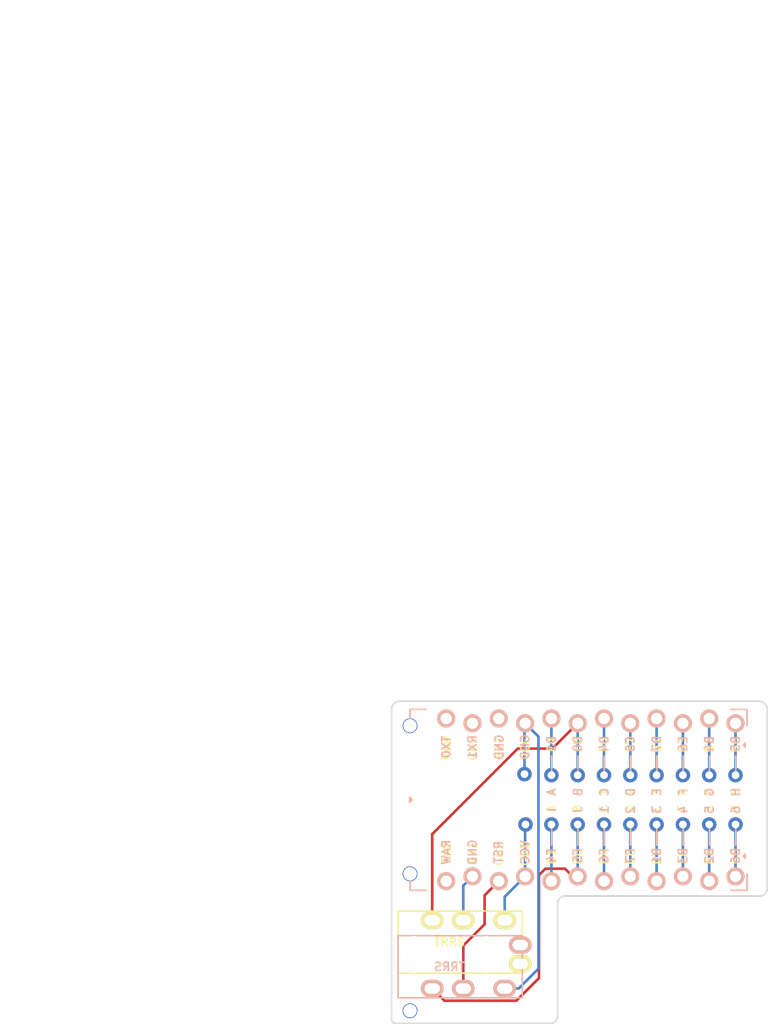
<source format=kicad_pcb>
(kicad_pcb (version 20171130) (host pcbnew 5.1.10)

  (general
    (thickness 1.6)
    (drawings 111)
    (tracks 59)
    (zones 0)
    (modules 11)
    (nets 25)
  )

  (page A4)
  (title_block
    (title "SU120 Yakitori Keyboard")
    (rev 8)
    (company @e3w2q)
  )

  (layers
    (0 F.Cu signal)
    (31 B.Cu signal)
    (32 B.Adhes user hide)
    (33 F.Adhes user)
    (34 B.Paste user hide)
    (35 F.Paste user hide)
    (36 B.SilkS user)
    (37 F.SilkS user)
    (38 B.Mask user)
    (39 F.Mask user)
    (40 Dwgs.User user hide)
    (41 Cmts.User user hide)
    (42 Eco1.User user hide)
    (43 Eco2.User user hide)
    (44 Edge.Cuts user)
    (45 Margin user hide)
    (46 B.CrtYd user hide)
    (47 F.CrtYd user hide)
    (48 B.Fab user hide)
    (49 F.Fab user hide)
  )

  (setup
    (last_trace_width 0.25)
    (trace_clearance 0.2)
    (zone_clearance 0.3)
    (zone_45_only no)
    (trace_min 0.2)
    (via_size 0.8)
    (via_drill 0.4)
    (via_min_size 0.6)
    (via_min_drill 0.3)
    (uvia_size 0.3)
    (uvia_drill 0.1)
    (uvias_allowed no)
    (uvia_min_size 0.2)
    (uvia_min_drill 0.1)
    (edge_width 0.15)
    (segment_width 0.15)
    (pcb_text_width 0.3)
    (pcb_text_size 1.5 1.5)
    (mod_edge_width 0.15)
    (mod_text_size 1 1)
    (mod_text_width 0.15)
    (pad_size 1.4 1.4)
    (pad_drill 0.75)
    (pad_to_mask_clearance 0.2)
    (solder_mask_min_width 0.25)
    (aux_axis_origin 37.70322 52.784508)
    (grid_origin 58.102501 69.05625)
    (visible_elements 7FFFF7FF)
    (pcbplotparams
      (layerselection 0x010fc_ffffffff)
      (usegerberextensions true)
      (usegerberattributes false)
      (usegerberadvancedattributes false)
      (creategerberjobfile false)
      (excludeedgelayer true)
      (linewidth 0.100000)
      (plotframeref false)
      (viasonmask false)
      (mode 1)
      (useauxorigin false)
      (hpglpennumber 1)
      (hpglpenspeed 20)
      (hpglpendiameter 15.000000)
      (psnegative false)
      (psa4output false)
      (plotreference true)
      (plotvalue false)
      (plotinvisibletext false)
      (padsonsilk false)
      (subtractmaskfromsilk true)
      (outputformat 1)
      (mirror false)
      (drillshape 0)
      (scaleselection 1)
      (outputdirectory "/home/j/holder"))
  )

  (net 0 "")
  (net 1 GND)
  (net 2 Y1)
  (net 3 Y2)
  (net 4 Y3)
  (net 5 X1)
  (net 6 X2)
  (net 7 X3)
  (net 8 X4)
  (net 9 X5)
  (net 10 Y4)
  (net 11 data)
  (net 12 led)
  (net 13 Y5)
  (net 14 Y6)
  (net 15 X6)
  (net 16 X7)
  (net 17 X8)
  (net 18 X9)
  (net 19 X10)
  (net 20 dummyVCC)
  (net 21 dummydata)
  (net 22 dummyled)
  (net 23 "Net-(J1-PadA)")
  (net 24 "Net-(J6-PadA)")

  (net_class Default "This is the default net class."
    (clearance 0.2)
    (trace_width 0.25)
    (via_dia 0.8)
    (via_drill 0.4)
    (uvia_dia 0.3)
    (uvia_drill 0.1)
    (add_net "Net-(J1-PadA)")
    (add_net "Net-(J6-PadA)")
    (add_net X1)
    (add_net X10)
    (add_net X2)
    (add_net X3)
    (add_net X4)
    (add_net X5)
    (add_net X6)
    (add_net X7)
    (add_net X8)
    (add_net X9)
    (add_net Y1)
    (add_net Y2)
    (add_net Y3)
    (add_net Y4)
    (add_net Y5)
    (add_net Y6)
    (add_net data)
    (add_net dummyVCC)
    (add_net dummydata)
    (add_net dummyled)
    (add_net led)
  )

  (net_class PWR ""
    (clearance 0.2)
    (trace_width 0.25)
    (via_dia 0.8)
    (via_drill 0.4)
    (uvia_dia 0.6)
    (uvia_drill 0.2)
    (add_net GND)
  )

  (module "#footprint:ArduinoProMicro-ZigZag_rev5" (layer B.Cu) (tedit 60FB24EB) (tstamp 5CE41AB0)
    (at 64.1625 60.6)
    (path /5CE18F26)
    (fp_text reference U1 (at -0.118131 -6.311687) (layer F.SilkS) hide
      (effects (font (size 1 1) (thickness 0.2)))
    )
    (fp_text value ProMicro (at 0 0) (layer B.Fab)
      (effects (font (size 1 1) (thickness 0.15)) (justify mirror))
    )
    (fp_line (start 15.08125 8.73125) (end 13.49375 8.73125) (layer F.SilkS) (width 0.15))
    (fp_line (start 15.08125 7.14375) (end 15.08125 8.73125) (layer F.SilkS) (width 0.15))
    (fp_line (start 15.08125 -8.73125) (end 15.08125 -7.14375) (layer F.SilkS) (width 0.15))
    (fp_line (start 13.49375 -8.73125) (end 15.08125 -8.73125) (layer F.SilkS) (width 0.15))
    (fp_line (start -17.4625 -8.73125) (end -15.875 -8.73125) (layer F.SilkS) (width 0.15))
    (fp_line (start -17.4625 -7.14375) (end -17.4625 -8.73125) (layer F.SilkS) (width 0.15))
    (fp_line (start -17.4625 8.73125) (end -17.4625 7.14375) (layer F.SilkS) (width 0.15))
    (fp_line (start -15.875 8.73125) (end -17.4625 8.73125) (layer F.SilkS) (width 0.15))
    (fp_line (start -17.4625 -8.73125) (end -15.875 -8.73125) (layer B.SilkS) (width 0.15))
    (fp_line (start -17.4625 -7.14375) (end -17.4625 -8.73125) (layer B.SilkS) (width 0.15))
    (fp_line (start -17.4625 8.73125) (end -17.4625 7.14375) (layer B.SilkS) (width 0.15))
    (fp_line (start -15.875 8.73125) (end -17.4625 8.73125) (layer B.SilkS) (width 0.15))
    (fp_line (start 15.08125 8.73125) (end 13.49375 8.73125) (layer B.SilkS) (width 0.15))
    (fp_line (start 15.08125 7.14375) (end 15.08125 8.73125) (layer B.SilkS) (width 0.15))
    (fp_line (start 15.08125 -8.73125) (end 13.49375 -8.73125) (layer B.SilkS) (width 0.15))
    (fp_line (start 15.08125 -7.14375) (end 15.08125 -8.73125) (layer B.SilkS) (width 0.15))
    (fp_poly (pts (xy -17.5 0.25) (xy -17.5 -0.25) (xy -17.25 0)) (layer F.SilkS) (width 0.15))
    (fp_poly (pts (xy -17.5 0.25) (xy -17.5 -0.25) (xy -17.25 0)) (layer B.SilkS) (width 0.15))
    (fp_line (start -17.78 -8.89) (end -16.78 -8.89) (layer B.Fab) (width 0.15))
    (fp_line (start 15.24 -8.89) (end 15.24 -7.89) (layer B.Fab) (width 0.15))
    (fp_line (start 15.24 8.89) (end 14.24 8.89) (layer B.Fab) (width 0.15))
    (fp_line (start -17.78 -3.81) (end -19.304 -3.81) (layer B.Fab) (width 0.15))
    (fp_line (start -19.304 -3.81) (end -19.304 3.556) (layer B.Fab) (width 0.15))
    (fp_line (start -19.304 3.556) (end -17.78 3.556) (layer B.Fab) (width 0.15))
    (fp_line (start -17.78 8.89) (end -16.78 8.89) (layer B.Fab) (width 0.15))
    (fp_line (start 15.24 -8.89) (end 14.24 -8.89) (layer B.Fab) (width 0.15))
    (fp_line (start -17.78 8.89) (end -17.78 7.89) (layer B.Fab) (width 0.15))
    (fp_line (start -17.78 -7.89) (end -17.78 -8.89) (layer B.Fab) (width 0.15))
    (fp_line (start 15.24 8.89) (end 15.24 7.89) (layer B.Fab) (width 0.15))
    (fp_text user TX0 (at -13.97 -5.08 90 unlocked) (layer B.SilkS)
      (effects (font (size 0.8 0.8) (thickness 0.15)) (justify mirror))
    )
    (fp_text user RX1 (at -11.43 -5.08 90 unlocked) (layer B.SilkS)
      (effects (font (size 0.8 0.8) (thickness 0.15)) (justify mirror))
    )
    (fp_text user D0 (at -1.27 -5.3975 90 unlocked) (layer B.SilkS)
      (effects (font (size 0.8 0.8) (thickness 0.15)) (justify mirror))
    )
    (fp_text user D1 (at -3.81 -5.3975 90 unlocked) (layer B.SilkS)
      (effects (font (size 0.8 0.8) (thickness 0.15)) (justify mirror))
    )
    (fp_text user GND (at -8.849381 -5.08 90 unlocked) (layer B.SilkS)
      (effects (font (size 0.8 0.8) (thickness 0.15)) (justify mirror))
    )
    (fp_text user D4 (at 1.27 -5.3975 90 unlocked) (layer B.SilkS)
      (effects (font (size 0.8 0.8) (thickness 0.15)) (justify mirror))
    )
    (fp_text user C6 (at 3.81 -5.3975 90 unlocked) (layer B.SilkS)
      (effects (font (size 0.8 0.8) (thickness 0.15)) (justify mirror))
    )
    (fp_text user D7 (at 6.35 -5.3975 90 unlocked) (layer B.SilkS)
      (effects (font (size 0.8 0.8) (thickness 0.15)) (justify mirror))
    )
    (fp_text user E6 (at 8.89 -5.3975 90 unlocked) (layer B.SilkS)
      (effects (font (size 0.8 0.8) (thickness 0.15)) (justify mirror))
    )
    (fp_text user B4 (at 11.43 -5.3975 90 unlocked) (layer B.SilkS)
      (effects (font (size 0.8 0.8) (thickness 0.15)) (justify mirror))
    )
    (fp_text user B5 (at 13.97 -5.3975 90 unlocked) (layer B.SilkS)
      (effects (font (size 0.8 0.8) (thickness 0.15)) (justify mirror))
    )
    (fp_text user B6 (at 13.97 5.3975 90 unlocked) (layer B.SilkS)
      (effects (font (size 0.8 0.8) (thickness 0.15)) (justify mirror))
    )
    (fp_text user B3 (at 8.89 5.3975 90 unlocked) (layer B.SilkS)
      (effects (font (size 0.8 0.8) (thickness 0.15)) (justify mirror))
    )
    (fp_text user B1 (at 6.35 5.3975 90 unlocked) (layer B.SilkS)
      (effects (font (size 0.8 0.8) (thickness 0.15)) (justify mirror))
    )
    (fp_text user F4 (at -3.81 5.3975 90 unlocked) (layer B.SilkS)
      (effects (font (size 0.8 0.8) (thickness 0.15)) (justify mirror))
    )
    (fp_text user VCC (at -6.35 5.0625 90 unlocked) (layer B.SilkS)
      (effects (font (size 0.8 0.8) (thickness 0.15)) (justify mirror))
    )
    (fp_text user RST (at -8.92 5.0625 90 unlocked) (layer B.SilkS)
      (effects (font (size 0.8 0.8) (thickness 0.15)) (justify mirror))
    )
    (fp_text user GND (at -11.43 5.0625 90 unlocked) (layer B.SilkS)
      (effects (font (size 0.8 0.8) (thickness 0.15)) (justify mirror))
    )
    (fp_text user RAW (at -13.97 5.0625 90 unlocked) (layer B.SilkS)
      (effects (font (size 0.8 0.8) (thickness 0.15)) (justify mirror))
    )
    (fp_text user F5 (at -1.27 5.3975 90 unlocked) (layer B.SilkS)
      (effects (font (size 0.8 0.8) (thickness 0.15)) (justify mirror))
    )
    (fp_text user F6 (at 1.27 5.3975 90 unlocked) (layer B.SilkS)
      (effects (font (size 0.8 0.8) (thickness 0.15)) (justify mirror))
    )
    (fp_text user F7 (at 3.81 5.3975 90 unlocked) (layer B.SilkS)
      (effects (font (size 0.8 0.8) (thickness 0.15)) (justify mirror))
    )
    (fp_text user B2 (at 11.43 5.3975 90 unlocked) (layer B.SilkS)
      (effects (font (size 0.8 0.8) (thickness 0.15)) (justify mirror))
    )
    (pad 24 thru_hole circle (at -13.97 7.8486) (size 1.7526 1.7526) (drill 1.0922) (layers *.Cu *.SilkS *.Mask)
      (net 22 dummyled))
    (pad 12 thru_hole circle (at 13.97 -7.3914) (size 1.7526 1.7526) (drill 1.0922) (layers *.Cu *.SilkS *.Mask)
      (net 17 X8))
    (pad 23 thru_hole circle (at -11.43 7.3914) (size 1.7526 1.7526) (drill 1.0922) (layers *.Cu *.SilkS *.Mask)
      (net 1 GND))
    (pad 22 thru_hole circle (at -8.89 7.8486) (size 1.7526 1.7526) (drill 1.0922) (layers *.Cu *.SilkS *.Mask)
      (net 1 GND))
    (pad 21 thru_hole circle (at -6.35 7.3914) (size 1.7526 1.7526) (drill 1.0922) (layers *.Cu *.SilkS *.Mask)
      (net 20 dummyVCC))
    (pad 20 thru_hole circle (at -3.81 7.8486) (size 1.7526 1.7526) (drill 1.0922) (layers *.Cu *.SilkS *.Mask)
      (net 18 X9))
    (pad 19 thru_hole circle (at -1.27 7.3914) (size 1.7526 1.7526) (drill 1.0922) (layers *.Cu *.SilkS *.Mask)
      (net 21 dummydata))
    (pad 18 thru_hole circle (at 1.27 7.8486) (size 1.7526 1.7526) (drill 1.0922) (layers *.Cu *.SilkS *.Mask)
      (net 2 Y1))
    (pad 17 thru_hole circle (at 3.81 7.3914) (size 1.7526 1.7526) (drill 1.0922) (layers *.Cu *.SilkS *.Mask)
      (net 3 Y2))
    (pad 16 thru_hole circle (at 6.35 7.8486) (size 1.7526 1.7526) (drill 1.0922) (layers *.Cu *.SilkS *.Mask)
      (net 4 Y3))
    (pad 15 thru_hole circle (at 8.89 7.3914) (size 1.7526 1.7526) (drill 1.0922) (layers *.Cu *.SilkS *.Mask)
      (net 10 Y4))
    (pad 14 thru_hole circle (at 11.43 7.8486) (size 1.7526 1.7526) (drill 1.0922) (layers *.Cu *.SilkS *.Mask)
      (net 13 Y5))
    (pad 13 thru_hole circle (at 13.97 7.3914) (size 1.7526 1.7526) (drill 1.0922) (layers *.Cu *.SilkS *.Mask)
      (net 14 Y6))
    (pad 11 thru_hole circle (at 11.43 -7.8486) (size 1.7526 1.7526) (drill 1.0922) (layers *.Cu *.SilkS *.Mask)
      (net 16 X7))
    (pad 10 thru_hole circle (at 8.89 -7.3914) (size 1.7526 1.7526) (drill 1.0922) (layers *.Cu *.SilkS *.Mask)
      (net 15 X6))
    (pad 9 thru_hole circle (at 6.35 -7.8486) (size 1.7526 1.7526) (drill 1.0922) (layers *.Cu *.SilkS *.Mask)
      (net 9 X5))
    (pad 8 thru_hole circle (at 3.81 -7.3914) (size 1.7526 1.7526) (drill 1.0922) (layers *.Cu *.SilkS *.Mask)
      (net 8 X4))
    (pad 7 thru_hole circle (at 1.27 -7.8486) (size 1.7526 1.7526) (drill 1.0922) (layers *.Cu *.SilkS *.Mask)
      (net 7 X3))
    (pad 6 thru_hole circle (at -1.27 -7.3914) (size 1.7526 1.7526) (drill 1.0922) (layers *.Cu *.SilkS *.Mask)
      (net 21 dummydata))
    (pad 5 thru_hole circle (at -3.81 -7.8486) (size 1.7526 1.7526) (drill 1.0922) (layers *.Cu *.SilkS *.Mask)
      (net 6 X2))
    (pad 4 thru_hole circle (at -6.35 -7.3914) (size 1.7526 1.7526) (drill 1.0922) (layers *.Cu *.SilkS *.Mask)
      (net 20 dummyVCC))
    (pad 3 thru_hole circle (at -8.89 -7.8486) (size 1.7526 1.7526) (drill 1.0922) (layers *.Cu *.SilkS *.Mask)
      (net 1 GND))
    (pad 2 thru_hole circle (at -11.43 -7.3914) (size 1.7526 1.7526) (drill 1.0922) (layers *.Cu *.SilkS *.Mask)
      (net 11 data))
    (pad 1 thru_hole circle (at -13.97 -7.8486) (size 1.7526 1.7526) (drill 1.0922) (layers *.Cu *.SilkS *.Mask)
      (net 12 led))
    (model /Users/danny/Documents/proj/custom-keyboard/kicad-libs/3d_models/ArduinoProMicro.wrl
      (offset (xyz -13.96999979019165 -7.619999885559082 -5.841999912261963))
      (scale (xyz 0.395 0.395 0.395))
      (rotate (xyz 90 180 180))
    )
  )

  (module "#footprint:1pin_conn" (layer F.Cu) (tedit 6144C7F3) (tstamp 614532B9)
    (at 57.852501 63.00625)
    (descr "Resitance 3 pas")
    (tags R)
    (autoplace_cost180 10)
    (fp_text reference H53 (at 0 1.651) (layer F.Fab) hide
      (effects (font (size 0.8128 0.8128) (thickness 0.15)))
    )
    (fp_text value MountingHole_Pad (at 0 -1.4605) (layer F.Fab) hide
      (effects (font (size 0.5 0.5) (thickness 0.125)))
    )
    (pad 1 thru_hole circle (at 0 -0.025) (size 1.4 1.4) (drill 0.75) (layers *.Cu *.Mask)
      (net 20 dummyVCC))
    (model discret/resistor.wrl
      (at (xyz 0 0 0))
      (scale (xyz 0.3 0.3 0.3))
      (rotate (xyz 0 0 0))
    )
    (model Resistors_ThroughHole.3dshapes/Resistor_Horizontal_RM10mm.wrl
      (at (xyz 0 0 0))
      (scale (xyz 0.2 0.2 0.2))
      (rotate (xyz 0 0 0))
    )
  )

  (module "#footprint:1pin_conn" (layer F.Cu) (tedit 6144C735) (tstamp 61452E4B)
    (at 57.752501 58.21875)
    (descr "Resitance 3 pas")
    (tags R)
    (autoplace_cost180 10)
    (fp_text reference H53 (at 0 1.651) (layer F.Fab) hide
      (effects (font (size 0.8128 0.8128) (thickness 0.15)))
    )
    (fp_text value MountingHole_Pad (at 0 -1.4605) (layer F.Fab) hide
      (effects (font (size 0.5 0.5) (thickness 0.125)))
    )
    (pad 1 thru_hole circle (at 0 -0.1) (size 1.4 1.4) (drill 0.75) (layers *.Cu *.Mask)
      (net 20 dummyVCC))
    (model discret/resistor.wrl
      (at (xyz 0 0 0))
      (scale (xyz 0.3 0.3 0.3))
      (rotate (xyz 0 0 0))
    )
    (model Resistors_ThroughHole.3dshapes/Resistor_Horizontal_RM10mm.wrl
      (at (xyz 0 0 0))
      (scale (xyz 0.2 0.2 0.2))
      (rotate (xyz 0 0 0))
    )
  )

  (module "" (layer F.Cu) (tedit 0) (tstamp 0)
    (at 7.352501 -16.34375)
    (fp_text reference "" (at 45.543126 74.330626) (layer F.SilkS)
      (effects (font (size 1.27 1.27) (thickness 0.15)))
    )
    (fp_text value "" (at 45.543126 74.330626) (layer F.SilkS)
      (effects (font (size 1.27 1.27) (thickness 0.15)))
    )
    (fp_text user GND (at 50.45 71.85 90 unlocked) (layer B.SilkS)
      (effects (font (size 0.8 0.8) (thickness 0.15)) (justify mirror))
    )
  )

  (module "#footprint:MJ-4PP-9" (layer F.Cu) (tedit 60FB33AA) (tstamp 5CE4189C)
    (at 45.543126 74.330626 90)
    (path /5CE190C3)
    (fp_text reference J1 (at 0 -2.97657 90) (layer F.Fab)
      (effects (font (size 1 1) (thickness 0.15)))
    )
    (fp_text value MJ-4PP-9 (at 0 14 90) (layer F.Fab) hide
      (effects (font (size 1 1) (thickness 0.15)))
    )
    (fp_line (start -3 0) (end 3 0) (layer F.SilkS) (width 0.15))
    (fp_line (start 3 0) (end 3 12) (layer F.SilkS) (width 0.15))
    (fp_line (start 3 12) (end -3 12) (layer F.SilkS) (width 0.15))
    (fp_line (start -3 12) (end -3 0) (layer F.SilkS) (width 0.15))
    (fp_line (start -3 0) (end -3 -2) (layer F.Fab) (width 0.15))
    (fp_line (start -3 -2) (end 2.95 -2) (layer F.Fab) (width 0.15))
    (fp_line (start 3 -2) (end 3 0) (layer F.Fab) (width 0.15))
    (fp_text user TRRS (at 0 4.96095) (layer F.SilkS)
      (effects (font (size 0.8 0.8) (thickness 0.15)))
    )
    (pad A thru_hole oval (at -2.1 11.8 90) (size 1.7 2.2) (drill oval 1 1.5) (layers *.Cu *.Mask F.SilkS)
      (net 23 "Net-(J1-PadA)") (clearance 0.15))
    (pad D thru_hole oval (at 2.1 10.3 90) (size 1.7 2.2) (drill oval 1 1.5) (layers *.Cu *.Mask F.SilkS)
      (net 20 dummyVCC) (clearance 0.15))
    (pad C thru_hole oval (at 2.1 6.3 90) (size 1.7 2.2) (drill oval 1 1.5) (layers *.Cu *.Mask F.SilkS)
      (net 1 GND) (clearance 0.15))
    (pad B thru_hole oval (at 2.1 3.3 90) (size 1.7 2.2) (drill oval 1 1.5) (layers *.Cu *.Mask F.SilkS)
      (net 21 dummydata) (clearance 0.15))
    (pad "" np_thru_hole circle (at 0 8.5 90) (size 1.2 1.2) (drill 1.2) (layers *.Cu *.Mask F.SilkS))
    (pad "" np_thru_hole circle (at 0 1.5 90) (size 1.2 1.2) (drill 1.2) (layers *.Cu *.Mask F.SilkS))
    (model "../../../../../../Users/pluis/Documents/Magic Briefcase/Documents/KiCad/3d/AB2_TRS_3p5MM_PTH.wrl"
      (at (xyz 0 0 0))
      (scale (xyz 0.42 0.42 0.42))
      (rotate (xyz 0 0 90))
    )
  )

  (module "#footprint:MJ-4PP-9" (layer B.Cu) (tedit 60FB33B0) (tstamp 5CFE13EA)
    (at 45.543126 76.711876 270)
    (path /5CF7DFCF)
    (fp_text reference J6 (at 0 2.97657 270) (layer B.Fab)
      (effects (font (size 1 1) (thickness 0.15)) (justify mirror))
    )
    (fp_text value MJ-4PP-9 (at 0 -14 270) (layer B.Fab) hide
      (effects (font (size 1 1) (thickness 0.15)) (justify mirror))
    )
    (fp_line (start 3 2) (end 3 0) (layer B.Fab) (width 0.15))
    (fp_line (start -3 2) (end 2.95 2) (layer B.Fab) (width 0.15))
    (fp_line (start -3 0) (end -3 2) (layer B.Fab) (width 0.15))
    (fp_line (start -3 -12) (end -3 0) (layer B.SilkS) (width 0.15))
    (fp_line (start 3 -12) (end -3 -12) (layer B.SilkS) (width 0.15))
    (fp_line (start 3 0) (end 3 -12) (layer B.SilkS) (width 0.15))
    (fp_line (start -3 0) (end 3 0) (layer B.SilkS) (width 0.15))
    (fp_text user TRRS (at 0 -4.96095) (layer B.SilkS)
      (effects (font (size 0.8 0.8) (thickness 0.15)) (justify mirror))
    )
    (pad "" np_thru_hole circle (at 0 -1.5 270) (size 1.2 1.2) (drill 1.2) (layers *.Cu *.Mask B.SilkS))
    (pad "" np_thru_hole circle (at 0 -8.5 270) (size 1.2 1.2) (drill 1.2) (layers *.Cu *.Mask B.SilkS))
    (pad B thru_hole oval (at 2.1 -3.3 270) (size 1.7 2.2) (drill oval 1 1.5) (layers *.Cu *.Mask B.SilkS)
      (net 21 dummydata) (clearance 0.15))
    (pad C thru_hole oval (at 2.1 -6.3 270) (size 1.7 2.2) (drill oval 1 1.5) (layers *.Cu *.Mask B.SilkS)
      (net 1 GND) (clearance 0.15))
    (pad D thru_hole oval (at 2.1 -10.3 270) (size 1.7 2.2) (drill oval 1 1.5) (layers *.Cu *.Mask B.SilkS)
      (net 20 dummyVCC) (clearance 0.15))
    (pad A thru_hole oval (at -2.1 -11.8 270) (size 1.7 2.2) (drill oval 1 1.5) (layers *.Cu *.Mask B.SilkS)
      (net 24 "Net-(J6-PadA)") (clearance 0.15))
    (model "../../../../../../Users/pluis/Documents/Magic Briefcase/Documents/KiCad/3d/AB2_TRS_3p5MM_PTH.wrl"
      (at (xyz 0 0 0))
      (scale (xyz 0.42 0.42 0.42))
      (rotate (xyz 0 0 90))
    )
  )

  (module "#footprint:M1.4_tapping_Hole_rev2" (layer F.Cu) (tedit 60FB3BB3) (tstamp 60EE263C)
    (at 46.102501 80.95625)
    (descr "Resitance 3 pas")
    (tags R)
    (autoplace_cost180 10)
    (fp_text reference "" (at 0 1.651) (layer F.Fab) hide
      (effects (font (size 0.8128 0.8128) (thickness 0.15)))
    )
    (fp_text value "" (at 0 -1.4605) (layer F.Fab) hide
      (effects (font (size 0.5 0.5) (thickness 0.125)))
    )
    (pad "" thru_hole circle (at 0.597499 0) (size 1.43 1.43) (drill 1.28) (layers *.Cu *.Mask))
    (model discret/resistor.wrl
      (at (xyz 0 0 0))
      (scale (xyz 0.3 0.3 0.3))
      (rotate (xyz 0 0 0))
    )
    (model Resistors_ThroughHole.3dshapes/Resistor_Horizontal_RM10mm.wrl
      (at (xyz 0 0 0))
      (scale (xyz 0.2 0.2 0.2))
      (rotate (xyz 0 0 0))
    )
  )

  (module "#footprint:M1.4_tapping_Hole_rev2" (layer F.Cu) (tedit 5E1DC99F) (tstamp 5D136D56)
    (at 46.7 53.45625)
    (descr "Resitance 3 pas")
    (tags R)
    (autoplace_cost180 10)
    (fp_text reference "" (at 0 1.651) (layer F.Fab) hide
      (effects (font (size 0.8128 0.8128) (thickness 0.15)))
    )
    (fp_text value "" (at 0 -1.4605) (layer F.Fab) hide
      (effects (font (size 0.5 0.5) (thickness 0.125)))
    )
    (pad "" thru_hole circle (at 0 0) (size 1.43 1.43) (drill 1.28) (layers *.Cu *.Mask))
    (model discret/resistor.wrl
      (at (xyz 0 0 0))
      (scale (xyz 0.3 0.3 0.3))
      (rotate (xyz 0 0 0))
    )
    (model Resistors_ThroughHole.3dshapes/Resistor_Horizontal_RM10mm.wrl
      (at (xyz 0 0 0))
      (scale (xyz 0.2 0.2 0.2))
      (rotate (xyz 0 0 0))
    )
  )

  (module "#footprint:M1.4_tapping_Hole_rev2" (layer F.Cu) (tedit 60FB3BAE) (tstamp 5D136CFE)
    (at 46.7 67.74375)
    (descr "Resitance 3 pas")
    (tags R)
    (autoplace_cost180 10)
    (fp_text reference "" (at 0 1.651) (layer F.Fab) hide
      (effects (font (size 0.8128 0.8128) (thickness 0.15)))
    )
    (fp_text value "" (at 0 -1.4605) (layer F.Fab) hide
      (effects (font (size 0.5 0.5) (thickness 0.125)))
    )
    (pad "" thru_hole circle (at 0 0) (size 1.43 1.43) (drill 1.28) (layers *.Cu *.Mask))
    (model discret/resistor.wrl
      (at (xyz 0 0 0))
      (scale (xyz 0.3 0.3 0.3))
      (rotate (xyz 0 0 0))
    )
    (model Resistors_ThroughHole.3dshapes/Resistor_Horizontal_RM10mm.wrl
      (at (xyz 0 0 0))
      (scale (xyz 0.2 0.2 0.2))
      (rotate (xyz 0 0 0))
    )
  )

  (module "#footprint:PinHeader_1x08_P2.54mm_Vertical_rev2" (layer F.Cu) (tedit 6144C7BC) (tstamp 5D26FA7D)
    (at 60.352501 62.98125 90)
    (descr "Through hole straight pin header, 1x08, 2.54mm pitch, single row")
    (tags "Through hole pin header THT 1x08 2.54mm single row")
    (path /5CE5F218)
    (fp_text reference J3 (at 0 -2.33 90) (layer F.Fab)
      (effects (font (size 1 1) (thickness 0.15)))
    )
    (fp_text value Conn_01x08 (at 0 20.11 90) (layer F.Fab)
      (effects (font (size 1 1) (thickness 0.15)))
    )
    (fp_line (start 1.8 -1.8) (end -1.8 -1.8) (layer F.CrtYd) (width 0.05))
    (fp_line (start 1.8 19.55) (end 1.8 -1.8) (layer F.CrtYd) (width 0.05))
    (fp_line (start -1.8 19.55) (end 1.8 19.55) (layer F.CrtYd) (width 0.05))
    (fp_line (start -1.8 -1.8) (end -1.8 19.55) (layer F.CrtYd) (width 0.05))
    (fp_line (start -1.27 -0.635) (end -0.635 -1.27) (layer F.Fab) (width 0.1))
    (fp_line (start -1.27 19.05) (end -1.27 -0.635) (layer F.Fab) (width 0.1))
    (fp_line (start 1.27 19.05) (end -1.27 19.05) (layer F.Fab) (width 0.1))
    (fp_line (start 1.27 -1.27) (end 1.27 19.05) (layer F.Fab) (width 0.1))
    (fp_line (start -0.635 -1.27) (end 1.27 -1.27) (layer F.Fab) (width 0.1))
    (fp_text user %R (at 0 8.89 180) (layer F.Fab)
      (effects (font (size 1 1) (thickness 0.15)))
    )
    (pad 1 thru_hole circle (at 0 0 90) (size 1.4 1.4) (drill 0.75) (layers *.Cu *.Mask)
      (net 18 X9))
    (pad 2 thru_hole circle (at 0 2.54 90) (size 1.4 1.4) (drill 0.75) (layers *.Cu *.Mask)
      (net 19 X10))
    (pad 3 thru_hole circle (at 0 5.08 90) (size 1.4 1.4) (drill 0.75) (layers *.Cu *.Mask)
      (net 2 Y1))
    (pad 4 thru_hole circle (at 0 7.62 90) (size 1.4 1.4) (drill 0.75) (layers *.Cu *.Mask)
      (net 3 Y2))
    (pad 5 thru_hole circle (at 0 10.16 90) (size 1.4 1.4) (drill 0.75) (layers *.Cu *.Mask)
      (net 4 Y3))
    (pad 6 thru_hole circle (at 0 12.7 90) (size 1.4 1.4) (drill 0.75) (layers *.Cu *.Mask)
      (net 10 Y4))
    (pad 7 thru_hole circle (at 0 15.24 90) (size 1.4 1.4) (drill 0.75) (layers *.Cu *.Mask)
      (net 13 Y5))
    (pad 8 thru_hole circle (at 0 17.78 90) (size 1.4 1.4) (drill 0.75) (layers *.Cu *.Mask)
      (net 14 Y6))
    (model ${KISYS3DMOD}/Connector_PinHeader_2.54mm.3dshapes/PinHeader_1x08_P2.54mm_Vertical.wrl
      (at (xyz 0 0 0))
      (scale (xyz 1 1 1))
      (rotate (xyz 0 0 0))
    )
  )

  (module "#footprint:PinHeader_1x08_P2.54mm_Vertical_rev2" (layer F.Cu) (tedit 5D1A1388) (tstamp 5D26FA92)
    (at 60.352501 58.21875 90)
    (descr "Through hole straight pin header, 1x08, 2.54mm pitch, single row")
    (tags "Through hole pin header THT 1x08 2.54mm single row")
    (path /5CE5F3DE)
    (fp_text reference J4 (at 0 -2.33 90) (layer F.Fab)
      (effects (font (size 1 1) (thickness 0.15)))
    )
    (fp_text value Conn_01x08 (at 0 20.11 90) (layer F.Fab)
      (effects (font (size 1 1) (thickness 0.15)))
    )
    (fp_line (start -0.635 -1.27) (end 1.27 -1.27) (layer F.Fab) (width 0.1))
    (fp_line (start 1.27 -1.27) (end 1.27 19.05) (layer F.Fab) (width 0.1))
    (fp_line (start 1.27 19.05) (end -1.27 19.05) (layer F.Fab) (width 0.1))
    (fp_line (start -1.27 19.05) (end -1.27 -0.635) (layer F.Fab) (width 0.1))
    (fp_line (start -1.27 -0.635) (end -0.635 -1.27) (layer F.Fab) (width 0.1))
    (fp_line (start -1.8 -1.8) (end -1.8 19.55) (layer F.CrtYd) (width 0.05))
    (fp_line (start -1.8 19.55) (end 1.8 19.55) (layer F.CrtYd) (width 0.05))
    (fp_line (start 1.8 19.55) (end 1.8 -1.8) (layer F.CrtYd) (width 0.05))
    (fp_line (start 1.8 -1.8) (end -1.8 -1.8) (layer F.CrtYd) (width 0.05))
    (fp_text user %R (at 0 8.89 180) (layer F.Fab)
      (effects (font (size 1 1) (thickness 0.15)))
    )
    (pad 8 thru_hole circle (at 0 17.78 90) (size 1.4 1.4) (drill 0.75) (layers *.Cu *.Mask)
      (net 17 X8))
    (pad 7 thru_hole circle (at 0 15.24 90) (size 1.4 1.4) (drill 0.75) (layers *.Cu *.Mask)
      (net 16 X7))
    (pad 6 thru_hole circle (at 0 12.7 90) (size 1.4 1.4) (drill 0.75) (layers *.Cu *.Mask)
      (net 15 X6))
    (pad 5 thru_hole circle (at 0 10.16 90) (size 1.4 1.4) (drill 0.75) (layers *.Cu *.Mask)
      (net 9 X5))
    (pad 4 thru_hole circle (at 0 7.62 90) (size 1.4 1.4) (drill 0.75) (layers *.Cu *.Mask)
      (net 8 X4))
    (pad 3 thru_hole circle (at 0 5.08 90) (size 1.4 1.4) (drill 0.75) (layers *.Cu *.Mask)
      (net 7 X3))
    (pad 2 thru_hole circle (at 0 2.54 90) (size 1.4 1.4) (drill 0.75) (layers *.Cu *.Mask)
      (net 6 X2))
    (pad 1 thru_hole circle (at 0 0 90) (size 1.4 1.4) (drill 0.75) (layers *.Cu *.Mask)
      (net 5 X1))
    (model ${KISYS3DMOD}/Connector_PinHeader_2.54mm.3dshapes/PinHeader_1x08_P2.54mm_Vertical.wrl
      (at (xyz 0 0 0))
      (scale (xyz 1 1 1))
      (rotate (xyz 0 0 0))
    )
  )

  (gr_arc (start 61.69745 70.625137) (end 61.752501 69.88125) (angle -92.78006695) (layer Edge.Cuts) (width 0.15) (tstamp 60FB430A))
  (gr_arc (start 60.201781 81.437217) (end 60.295276 82.182335) (angle -81.39578011) (layer Edge.Cuts) (width 0.15) (tstamp 60F910A5))
  (gr_line (start 45.311046 82.178126) (end 60.295276 82.182335) (layer Edge.Cuts) (width 0.15))
  (gr_arc (start 80.408751 51.88125) (end 81.202501 51.88125) (angle -90) (layer Edge.Cuts) (width 0.15) (tstamp 5C93B1A3))
  (gr_arc (start 45.311046 81.78125) (end 44.91417 81.78125) (angle -90) (layer Edge.Cuts) (width 0.15) (tstamp 60EE26AB))
  (gr_arc (start 45.70792 51.88125) (end 45.70792 51.0875) (angle -91.80399512) (layer Edge.Cuts) (width 0.15) (tstamp 5C98D5D2))
  (gr_line (start 61.752501 69.88125) (end 80.546597 69.885069) (layer Edge.Cuts) (width 0.15) (tstamp 60EE6183))
  (gr_line (start 81.198686 61.790796) (end 81.198686 66.751746) (layer Edge.Cuts) (width 0.15))
  (gr_line (start 81.198686 66.751746) (end 81.198686 69.20625) (layer Edge.Cuts) (width 0.15))
  (gr_line (start 81.202501 51.88125) (end 81.198686 54.647028) (layer Edge.Cuts) (width 0.15))
  (gr_line (start 81.198686 54.647028) (end 81.198686 61.790796) (layer Edge.Cuts) (width 0.15) (tstamp 5CF1F0D4))
  (gr_line (start 60.952501 81.45625) (end 60.952501 70.60625) (layer Edge.Cuts) (width 0.15))
  (gr_line (start 45.70792 51.0875) (end 80.408751 51.0875) (layer Edge.Cuts) (width 0.15))
  (gr_line (start 44.91417 57.623598) (end 44.91417 56.43297) (layer Edge.Cuts) (width 0.15) (tstamp 60EE00D7))
  (gr_line (start 60.377501 63.05625) (end 60.377501 64.96125) (layer B.SilkS) (width 0.15))
  (gr_line (start 62.917501 63.05625) (end 62.917501 64.96125) (layer B.SilkS) (width 0.15))
  (gr_line (start 65.457501 63.05625) (end 65.457501 64.96125) (layer B.SilkS) (width 0.15))
  (gr_line (start 67.997501 63.05625) (end 67.997501 64.96125) (layer B.SilkS) (width 0.15))
  (gr_line (start 70.537501 63.05625) (end 70.537501 64.96125) (layer B.SilkS) (width 0.15))
  (gr_line (start 73.077501 63.05625) (end 73.077501 64.96125) (layer B.SilkS) (width 0.15))
  (gr_line (start 75.617501 63.05625) (end 75.617501 64.96125) (layer B.SilkS) (width 0.15))
  (gr_line (start 78.157501 63.05625) (end 78.157501 64.96125) (layer B.SilkS) (width 0.15))
  (gr_line (start 78.157501 63.05625) (end 78.157501 64.96125) (layer F.SilkS) (width 0.15))
  (gr_line (start 75.617501 63.05625) (end 75.617501 64.96125) (layer F.SilkS) (width 0.15))
  (gr_line (start 73.077501 63.05625) (end 73.077501 64.96125) (layer F.SilkS) (width 0.15))
  (gr_line (start 70.537501 63.05625) (end 70.537501 64.96125) (layer F.SilkS) (width 0.15))
  (gr_line (start 67.997501 63.05625) (end 67.997501 64.96125) (layer F.SilkS) (width 0.15))
  (gr_line (start 65.457501 63.05625) (end 65.457501 64.96125) (layer F.SilkS) (width 0.15))
  (gr_line (start 62.917501 63.05625) (end 62.917501 64.96125) (layer F.SilkS) (width 0.15))
  (gr_line (start 60.377501 63.05625) (end 60.377501 64.96125) (layer F.SilkS) (width 0.15))
  (gr_line (start 60.377501 58.29375) (end 60.377501 56.38875) (layer B.SilkS) (width 0.15))
  (gr_line (start 62.917501 58.29375) (end 62.917501 56.38875) (layer B.SilkS) (width 0.15))
  (gr_line (start 65.457501 58.29375) (end 65.457501 56.38875) (layer B.SilkS) (width 0.15))
  (gr_line (start 67.997501 58.29375) (end 67.997501 56.38875) (layer B.SilkS) (width 0.15))
  (gr_line (start 70.537501 58.29375) (end 70.537501 56.38875) (layer B.SilkS) (width 0.15))
  (gr_line (start 73.077501 58.29375) (end 73.077501 56.38875) (layer B.SilkS) (width 0.15))
  (gr_line (start 75.617501 58.29375) (end 75.617501 56.38875) (layer B.SilkS) (width 0.15))
  (gr_line (start 78.157501 58.29375) (end 78.157501 56.38875) (layer B.SilkS) (width 0.15))
  (gr_line (start 78.157501 58.29375) (end 78.157501 56.38875) (layer F.SilkS) (width 0.15))
  (gr_line (start 75.617501 58.29375) (end 75.617501 56.38875) (layer F.SilkS) (width 0.15))
  (gr_line (start 73.077501 58.29375) (end 73.077501 56.38875) (layer F.SilkS) (width 0.15))
  (gr_line (start 70.537501 58.29375) (end 70.537501 56.38875) (layer F.SilkS) (width 0.15))
  (gr_line (start 67.997501 58.29375) (end 67.997501 56.38875) (layer F.SilkS) (width 0.15))
  (gr_line (start 65.457501 58.29375) (end 65.457501 56.38875) (layer F.SilkS) (width 0.15))
  (gr_line (start 62.917501 58.29375) (end 62.917501 56.38875) (layer F.SilkS) (width 0.15))
  (gr_line (start 60.377501 58.29375) (end 60.377501 56.38875) (layer F.SilkS) (width 0.15))
  (gr_poly (pts (xy 79.070506 55.118904) (xy 79.070506 55.51578) (xy 78.872068 55.317342)) (layer F.SilkS) (width 0.15) (tstamp 5D1CC941))
  (gr_poly (pts (xy 79.070506 65.834556) (xy 79.070506 66.231432) (xy 78.872068 66.032994)) (layer F.SilkS) (width 0.15) (tstamp 5D1CC93A))
  (gr_poly (pts (xy 79.070506 66.231432) (xy 79.070506 65.834556) (xy 78.872068 66.032994)) (layer B.SilkS) (width 0.15) (tstamp 5D1CC938))
  (gr_poly (pts (xy 79.070506 55.51578) (xy 79.070506 55.118904) (xy 78.872068 55.317342)) (layer B.SilkS) (width 0.15) (tstamp 5D1CC934))
  (gr_line (start 44.91417 70.80625) (end 44.91417 57.623598) (layer Edge.Cuts) (width 0.15))
  (gr_text B5 (at 78.1575 66.0725 90) (layer F.SilkS) (tstamp 5CF29DBE)
    (effects (font (size 0.8 0.8) (thickness 0.15)))
  )
  (gr_text B4 (at 75.6175 66.0725 90) (layer F.SilkS) (tstamp 5CF29DBC)
    (effects (font (size 0.8 0.8) (thickness 0.15)))
  )
  (gr_text E6 (at 73.0775 66.0725 90) (layer F.SilkS) (tstamp 5CF29DBA)
    (effects (font (size 0.8 0.8) (thickness 0.15)))
  )
  (gr_text D7 (at 70.5375 66.0725 90) (layer F.SilkS) (tstamp 5CF29DB8)
    (effects (font (size 0.8 0.8) (thickness 0.15)))
  )
  (gr_text C6 (at 67.9975 66.0725 90) (layer F.SilkS) (tstamp 5CF29DB6)
    (effects (font (size 0.8 0.8) (thickness 0.15)))
  )
  (gr_text D4 (at 65.4575 66.0725 90) (layer F.SilkS) (tstamp 5CF29DB4)
    (effects (font (size 0.8 0.8) (thickness 0.15)))
  )
  (gr_text D0 (at 62.9175 66.0725 90) (layer F.SilkS) (tstamp 5CF29DB2)
    (effects (font (size 0.8 0.8) (thickness 0.15)))
  )
  (gr_text D1 (at 60.3775 66.0725 90) (layer F.SilkS) (tstamp 5CF29DB0)
    (effects (font (size 0.8 0.8) (thickness 0.15)))
  )
  (gr_text GND (at 57.8375 65.755 90) (layer F.SilkS) (tstamp 5CF29DAE)
    (effects (font (size 0.8 0.8) (thickness 0.15)))
  )
  (gr_text GND (at 55.2975 65.755 90) (layer F.SilkS) (tstamp 5CF29DAC)
    (effects (font (size 0.8 0.8) (thickness 0.15)))
  )
  (gr_text RX1 (at 52.7575 65.755 90) (layer F.SilkS) (tstamp 5CF29DAA)
    (effects (font (size 0.8 0.8) (thickness 0.15)))
  )
  (gr_text TX0 (at 50.2175 65.755 90) (layer F.SilkS) (tstamp 5CF29DA8)
    (effects (font (size 0.8 0.8) (thickness 0.15)))
  )
  (gr_text B6 (at 78.1575 55.2775 90) (layer F.SilkS) (tstamp 5CF29D64)
    (effects (font (size 0.8 0.8) (thickness 0.15)))
  )
  (gr_text B2 (at 75.6175 55.2775 90) (layer F.SilkS) (tstamp 5CF29D61)
    (effects (font (size 0.8 0.8) (thickness 0.15)))
  )
  (gr_text B3 (at 73.0775 55.2775 90) (layer F.SilkS) (tstamp 5CF29D5E)
    (effects (font (size 0.8 0.8) (thickness 0.15)))
  )
  (gr_text B1 (at 70.5375 55.2775 90) (layer F.SilkS) (tstamp 5CF29D5B)
    (effects (font (size 0.8 0.8) (thickness 0.15)))
  )
  (gr_text F7 (at 67.9975 55.2775 90) (layer F.SilkS) (tstamp 5CF29D58)
    (effects (font (size 0.8 0.8) (thickness 0.15)))
  )
  (gr_text F6 (at 65.4575 55.2775 90) (layer F.SilkS) (tstamp 5CF29D55)
    (effects (font (size 0.8 0.8) (thickness 0.15)))
  )
  (gr_text F5 (at 62.9175 55.2775 90) (layer F.SilkS) (tstamp 5CF29D52)
    (effects (font (size 0.8 0.8) (thickness 0.15)))
  )
  (gr_text F4 (at 60.3775 55.2775 90) (layer F.SilkS) (tstamp 5CF29D4D)
    (effects (font (size 0.8 0.8) (thickness 0.15)))
  )
  (gr_text VCC (at 57.83764 55.595 90) (layer F.SilkS) (tstamp 60FB3EC0)
    (effects (font (size 0.8 0.8) (thickness 0.15)))
  )
  (gr_text RST (at 55.2975 55.595 90) (layer F.SilkS) (tstamp 5CF29D45)
    (effects (font (size 0.8 0.8) (thickness 0.15)))
  )
  (gr_text GND (at 52.7575 55.595 90) (layer F.SilkS) (tstamp 5CF29D40)
    (effects (font (size 0.8 0.8) (thickness 0.15)))
  )
  (gr_text RAW (at 50.2175 55.595 90) (layer F.SilkS) (tstamp 5CF29D3D)
    (effects (font (size 0.8 0.8) (thickness 0.15)))
  )
  (gr_text 2 (at 67.965917 59.834217 90) (layer F.SilkS) (tstamp 5CF8D37B)
    (effects (font (size 0.8 0.8) (thickness 0.15)))
  )
  (gr_text 4 (at 73.045917 59.834217 90) (layer F.SilkS) (tstamp 5CF8D37A)
    (effects (font (size 0.8 0.8) (thickness 0.15)))
  )
  (gr_text 3 (at 70.505917 59.834217 90) (layer F.SilkS) (tstamp 5CF8D379)
    (effects (font (size 0.8 0.8) (thickness 0.15)))
  )
  (gr_text 5 (at 75.585917 59.834217 90) (layer F.SilkS) (tstamp 5CF8D378)
    (effects (font (size 0.8 0.8) (thickness 0.15)))
  )
  (gr_text J (at 62.885917 59.834217 90) (layer F.SilkS) (tstamp 5CF8D377)
    (effects (font (size 0.8 0.8) (thickness 0.15)))
  )
  (gr_text 1 (at 65.425917 59.834217 90) (layer F.SilkS) (tstamp 5CF8D376)
    (effects (font (size 0.8 0.8) (thickness 0.15)))
  )
  (gr_text I (at 60.345917 59.834217 90) (layer F.SilkS) (tstamp 5CF8D375)
    (effects (font (size 0.8 0.8) (thickness 0.15)))
  )
  (gr_text 6 (at 78.125917 59.834217 90) (layer F.SilkS) (tstamp 5CF8D374)
    (effects (font (size 0.8 0.8) (thickness 0.15)))
  )
  (gr_text D (at 67.952025 61.475035 90) (layer F.SilkS) (tstamp 5CF8D061)
    (effects (font (size 0.8 0.8) (thickness 0.15)))
  )
  (gr_text F (at 73.032025 61.475035 90) (layer F.SilkS) (tstamp 5CF8D060)
    (effects (font (size 0.8 0.8) (thickness 0.15)))
  )
  (gr_text C (at 65.412025 61.475035 90) (layer F.SilkS) (tstamp 5CF8D05F)
    (effects (font (size 0.8 0.8) (thickness 0.15)))
  )
  (gr_text A (at 60.332025 61.475035 90) (layer F.SilkS) (tstamp 5CF8D05E)
    (effects (font (size 0.8 0.8) (thickness 0.15)))
  )
  (gr_text E (at 70.492025 61.475035 90) (layer F.SilkS) (tstamp 5CF8D05D)
    (effects (font (size 0.8 0.8) (thickness 0.15)))
  )
  (gr_text B (at 62.872025 61.475035 90) (layer F.SilkS) (tstamp 5CF8D05C)
    (effects (font (size 0.8 0.8) (thickness 0.15)))
  )
  (gr_text H (at 78.112025 61.475035 90) (layer F.SilkS) (tstamp 5CF8D05B)
    (effects (font (size 0.8 0.8) (thickness 0.15)))
  )
  (gr_text G (at 75.572025 61.475035 90) (layer F.SilkS) (tstamp 5CF8D05A)
    (effects (font (size 0.8 0.8) (thickness 0.15)))
  )
  (gr_text 6 (at 78.157501 61.565574 90) (layer B.SilkS) (tstamp 5D0C18D5)
    (effects (font (size 0.8 0.8) (thickness 0.15)) (justify mirror))
  )
  (gr_text I (at 60.377501 61.565574 90) (layer B.SilkS) (tstamp 5D0C18D4)
    (effects (font (size 0.8 0.8) (thickness 0.15)) (justify mirror))
  )
  (gr_text G (at 75.617502 59.859013 90) (layer B.SilkS) (tstamp 5D0C18D3)
    (effects (font (size 0.8 0.8) (thickness 0.15)) (justify mirror))
  )
  (gr_text 1 (at 65.457501 61.565574 90) (layer B.SilkS) (tstamp 5D0C18D2)
    (effects (font (size 0.8 0.8) (thickness 0.15)) (justify mirror))
  )
  (gr_text J (at 62.917501 61.565574 90) (layer B.SilkS) (tstamp 5D0C18D1)
    (effects (font (size 0.8 0.8) (thickness 0.15)) (justify mirror))
  )
  (gr_text 2 (at 67.997501 61.565574 90) (layer B.SilkS) (tstamp 5D0C18D0)
    (effects (font (size 0.8 0.8) (thickness 0.15)) (justify mirror))
  )
  (gr_text A (at 60.377502 59.859013 90) (layer B.SilkS) (tstamp 5D0C18CF)
    (effects (font (size 0.8 0.8) (thickness 0.15)) (justify mirror))
  )
  (gr_text 4 (at 73.077501 61.565574 90) (layer B.SilkS) (tstamp 5D0C18CE)
    (effects (font (size 0.8 0.8) (thickness 0.15)) (justify mirror))
  )
  (gr_text F (at 73.077502 59.859013 90) (layer B.SilkS) (tstamp 5D0C18CD)
    (effects (font (size 0.8 0.8) (thickness 0.15)) (justify mirror))
  )
  (gr_text D (at 67.997502 59.859013 90) (layer B.SilkS) (tstamp 5D0C18CC)
    (effects (font (size 0.8 0.8) (thickness 0.15)) (justify mirror))
  )
  (gr_text H (at 78.157502 59.859013 90) (layer B.SilkS) (tstamp 5D0C18CB)
    (effects (font (size 0.8 0.8) (thickness 0.15)) (justify mirror))
  )
  (gr_text B (at 62.917502 59.859013 90) (layer B.SilkS) (tstamp 5D0C18CA)
    (effects (font (size 0.8 0.8) (thickness 0.15)) (justify mirror))
  )
  (gr_text E (at 70.537502 59.859013 90) (layer B.SilkS) (tstamp 5D0C18C9)
    (effects (font (size 0.8 0.8) (thickness 0.15)) (justify mirror))
  )
  (gr_text 5 (at 75.617501 61.565574 90) (layer B.SilkS) (tstamp 5D0C18C8)
    (effects (font (size 0.8 0.8) (thickness 0.15)) (justify mirror))
  )
  (gr_text C (at 65.457502 59.859013 90) (layer B.SilkS) (tstamp 5D0C18C7)
    (effects (font (size 0.8 0.8) (thickness 0.15)) (justify mirror))
  )
  (gr_text 3 (at 70.537501 61.565574 90) (layer B.SilkS) (tstamp 5D0C18C6)
    (effects (font (size 0.8 0.8) (thickness 0.15)) (justify mirror))
  )
  (gr_line (start 44.91417 81.78125) (end 44.91417 78.41873) (layer Edge.Cuts) (width 0.15))
  (gr_line (start 44.91417 51.90625) (end 44.91417 56.43297) (layer Edge.Cuts) (width 0.15))
  (gr_line (start 44.91417 70.80625) (end 44.91417 78.41873) (layer Edge.Cuts) (width 0.15))
  (gr_arc (start 80.451993 69.141575) (end 80.546597 69.885069) (angle -77.79817896) (layer Edge.Cuts) (width 0.15) (tstamp 5C918D62))

  (segment (start 53.902501 72.60625) (end 53.902501 69.818599) (width 0.25) (layer F.Cu) (net 1))
  (segment (start 53.902501 69.818599) (end 55.2725 68.4486) (width 0.25) (layer F.Cu) (net 1))
  (segment (start 51.843126 74.665625) (end 53.902501 72.60625) (width 0.25) (layer F.Cu) (net 1))
  (segment (start 51.843126 78.811876) (end 51.843126 74.665625) (width 0.25) (layer F.Cu) (net 1))
  (segment (start 51.843126 68.880774) (end 52.7325 67.9914) (width 0.25) (layer B.Cu) (net 1))
  (segment (start 51.843126 72.230626) (end 51.843126 68.880774) (width 0.25) (layer B.Cu) (net 1))
  (segment (start 65.4325 64.183332) (end 65.4325 68.4486) (width 0.25) (layer B.Cu) (net 2))
  (segment (start 65.432501 62.98125) (end 65.4325 64.183332) (width 0.25) (layer B.Cu) (net 2))
  (segment (start 67.972501 62.98125) (end 67.972501 67.9914) (width 0.25) (layer B.Cu) (net 3))
  (segment (start 70.512501 67.209324) (end 70.512501 62.98125) (width 0.25) (layer B.Cu) (net 4))
  (segment (start 70.5125 68.4486) (end 70.512501 67.209324) (width 0.25) (layer B.Cu) (net 4))
  (segment (start 60.3525 57.016668) (end 60.3525 52.7514) (width 0.25) (layer B.Cu) (net 5))
  (segment (start 60.352501 58.21875) (end 60.3525 57.016668) (width 0.25) (layer B.Cu) (net 5))
  (segment (start 62.892501 54.447876) (end 62.892501 58.21875) (width 0.25) (layer B.Cu) (net 6))
  (segment (start 62.8925 53.2086) (end 62.892501 54.447876) (width 0.25) (layer B.Cu) (net 6))
  (segment (start 65.4325 57.016668) (end 65.4325 52.7514) (width 0.25) (layer B.Cu) (net 7))
  (segment (start 65.432501 58.21875) (end 65.4325 57.016668) (width 0.25) (layer B.Cu) (net 7))
  (segment (start 67.972501 57.016669) (end 67.972501 58.21875) (width 0.25) (layer B.Cu) (net 8))
  (segment (start 67.9725 53.2086) (end 67.972501 57.016669) (width 0.25) (layer B.Cu) (net 8))
  (segment (start 70.5125 57.016668) (end 70.5125 52.7514) (width 0.25) (layer B.Cu) (net 9))
  (segment (start 70.512501 58.21875) (end 70.5125 57.016668) (width 0.25) (layer B.Cu) (net 9))
  (segment (start 73.052501 62.98125) (end 73.0525 64.183332) (width 0.25) (layer B.Cu) (net 10))
  (segment (start 73.0525 64.183332) (end 73.0525 67.9914) (width 0.25) (layer B.Cu) (net 10))
  (segment (start 75.592501 67.209324) (end 75.592501 62.98125) (width 0.25) (layer B.Cu) (net 13))
  (segment (start 75.5925 68.4486) (end 75.592501 67.209324) (width 0.25) (layer B.Cu) (net 13))
  (segment (start 78.132501 62.98125) (end 78.132501 67.9914) (width 0.25) (layer B.Cu) (net 14))
  (segment (start 73.052501 57.016669) (end 73.052501 58.21875) (width 0.25) (layer B.Cu) (net 15))
  (segment (start 73.0525 53.2086) (end 73.052501 57.016669) (width 0.25) (layer B.Cu) (net 15))
  (segment (start 75.592501 58.21875) (end 75.5925 57.016668) (width 0.25) (layer B.Cu) (net 16))
  (segment (start 75.5925 57.016668) (end 75.5925 52.7514) (width 0.25) (layer B.Cu) (net 16))
  (segment (start 78.1325 57.2288) (end 78.1325 53.2086) (width 0.25) (layer B.Cu) (net 17))
  (segment (start 78.132501 58.21875) (end 78.1325 57.2288) (width 0.25) (layer B.Cu) (net 17))
  (segment (start 60.352501 62.98125) (end 60.3525 64.183332) (width 0.25) (layer B.Cu) (net 18))
  (segment (start 60.3525 64.183332) (end 60.3525 68.4486) (width 0.25) (layer B.Cu) (net 18))
  (segment (start 62.892501 66.752125) (end 62.892501 62.98125) (width 0.25) (layer B.Cu) (net 19))
  (segment (start 62.892501 67.9914) (end 62.892501 66.752125) (width 0.25) (layer B.Cu) (net 19))
  (segment (start 57.193126 78.811876) (end 59.102501 76.902501) (width 0.25) (layer B.Cu) (net 20))
  (segment (start 55.843126 78.811876) (end 57.193126 78.811876) (width 0.25) (layer B.Cu) (net 20))
  (segment (start 59.102501 54.498601) (end 57.8125 53.2086) (width 0.25) (layer B.Cu) (net 20))
  (segment (start 59.102501 76.902501) (end 59.102501 54.498601) (width 0.25) (layer B.Cu) (net 20))
  (segment (start 55.843126 69.960774) (end 57.8125 67.9914) (width 0.25) (layer B.Cu) (net 20))
  (segment (start 55.843126 72.230626) (end 55.843126 69.960774) (width 0.25) (layer B.Cu) (net 20))
  (segment (start 57.752501 53.268599) (end 57.8125 53.2086) (width 0.25) (layer B.Cu) (net 20))
  (segment (start 57.752501 58.11875) (end 57.752501 53.268599) (width 0.25) (layer B.Cu) (net 20))
  (segment (start 57.8125 63.021251) (end 57.852501 62.98125) (width 0.25) (layer F.Cu) (net 20))
  (segment (start 57.8125 63.021251) (end 57.852501 62.98125) (width 0.25) (layer B.Cu) (net 20))
  (segment (start 57.8125 67.9914) (end 57.8125 63.021251) (width 0.25) (layer B.Cu) (net 20))
  (segment (start 62.733698 68.318758) (end 62.8925 68.318758) (width 0.25) (layer F.Cu) (net 21))
  (segment (start 48.843126 78.811876) (end 50.018136 79.986886) (width 0.25) (layer F.Cu) (net 21))
  (segment (start 59.151199 67.871975) (end 59.775875 67.247299) (width 0.25) (layer F.Cu) (net 21))
  (segment (start 59.775875 67.247299) (end 61.662239 67.247299) (width 0.25) (layer F.Cu) (net 21))
  (segment (start 61.662239 67.247299) (end 62.733698 68.318758) (width 0.25) (layer F.Cu) (net 21))
  (segment (start 50.018136 79.986886) (end 56.971865 79.986886) (width 0.25) (layer F.Cu) (net 21))
  (segment (start 56.971865 79.986886) (end 59.151199 77.807552) (width 0.25) (layer F.Cu) (net 21))
  (segment (start 59.151199 77.807552) (end 59.151199 67.871975) (width 0.25) (layer F.Cu) (net 21))
  (segment (start 60.44485 55.65625) (end 62.8925 53.2086) (width 0.25) (layer F.Cu) (net 21))
  (segment (start 57.102501 55.65625) (end 60.44485 55.65625) (width 0.25) (layer F.Cu) (net 21))
  (segment (start 48.843126 63.915625) (end 57.102501 55.65625) (width 0.25) (layer F.Cu) (net 21))
  (segment (start 48.843126 72.230626) (end 48.843126 63.915625) (width 0.25) (layer F.Cu) (net 21))

)

</source>
